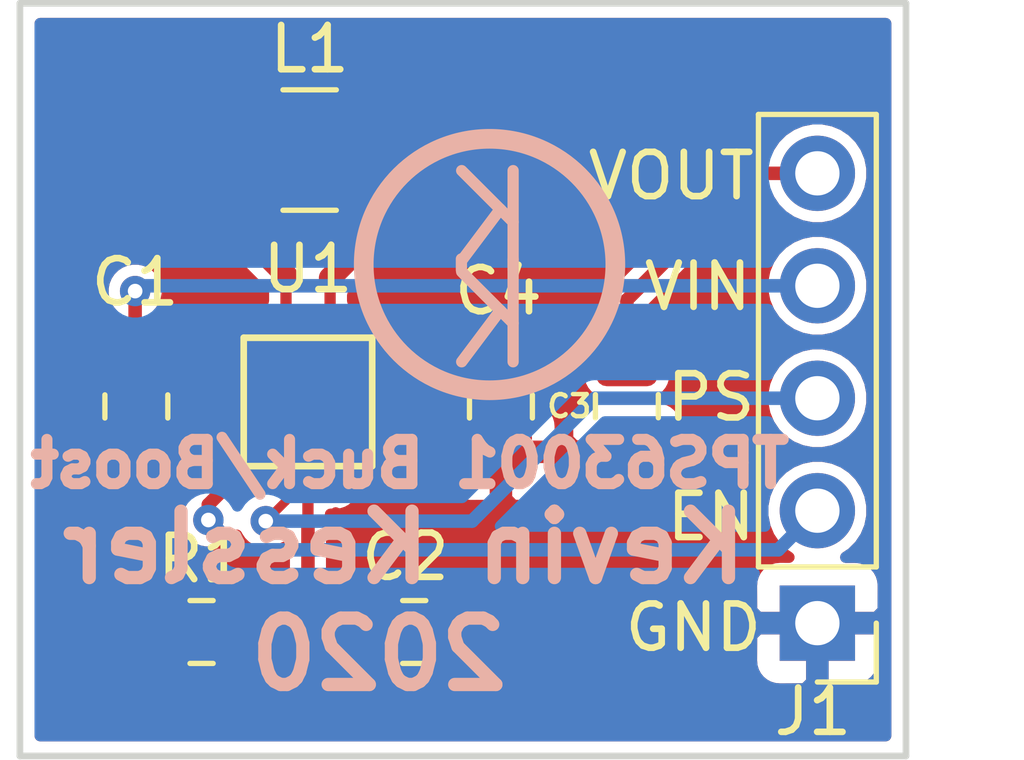
<source format=kicad_pcb>
(kicad_pcb (version 20171130) (host pcbnew 5.1.5+dfsg1-2build2)

  (general
    (thickness 1.6)
    (drawings 11)
    (tracks 61)
    (zones 0)
    (modules 9)
    (nets 9)
  )

  (page A4)
  (layers
    (0 F.Cu signal)
    (31 B.Cu signal)
    (32 B.Adhes user)
    (33 F.Adhes user)
    (34 B.Paste user)
    (35 F.Paste user)
    (36 B.SilkS user)
    (37 F.SilkS user)
    (38 B.Mask user)
    (39 F.Mask user)
    (40 Dwgs.User user)
    (41 Cmts.User user)
    (42 Eco1.User user)
    (43 Eco2.User user)
    (44 Edge.Cuts user)
    (45 Margin user)
    (46 B.CrtYd user)
    (47 F.CrtYd user)
    (48 B.Fab user)
    (49 F.Fab user)
  )

  (setup
    (last_trace_width 0.3048)
    (user_trace_width 0.1524)
    (user_trace_width 0.254)
    (user_trace_width 0.3048)
    (user_trace_width 0.3556)
    (trace_clearance 0.1524)
    (zone_clearance 0.254)
    (zone_45_only no)
    (trace_min 0.1524)
    (via_size 0.6858)
    (via_drill 0.3302)
    (via_min_size 0.6858)
    (via_min_drill 0.3302)
    (uvia_size 0.6858)
    (uvia_drill 0.3302)
    (uvias_allowed no)
    (uvia_min_size 0)
    (uvia_min_drill 0)
    (edge_width 0.15)
    (segment_width 0.2)
    (pcb_text_width 0.3)
    (pcb_text_size 1.5 1.5)
    (mod_edge_width 0.15)
    (mod_text_size 1 1)
    (mod_text_width 0.15)
    (pad_size 0.6858 0.6858)
    (pad_drill 0.3302)
    (pad_to_mask_clearance 0.05)
    (solder_mask_min_width 0.05)
    (pad_to_paste_clearance -0.05)
    (aux_axis_origin 0 0)
    (visible_elements FFFFFF7F)
    (pcbplotparams
      (layerselection 0x00030_80000001)
      (usegerberextensions false)
      (usegerberattributes false)
      (usegerberadvancedattributes false)
      (creategerberjobfile false)
      (excludeedgelayer true)
      (linewidth 0.100000)
      (plotframeref false)
      (viasonmask false)
      (mode 1)
      (useauxorigin false)
      (hpglpennumber 1)
      (hpglpenspeed 20)
      (hpglpendiameter 15.000000)
      (psnegative false)
      (psa4output false)
      (plotreference true)
      (plotvalue true)
      (plotinvisibletext false)
      (padsonsilk false)
      (subtractmaskfromsilk false)
      (outputformat 1)
      (mirror false)
      (drillshape 1)
      (scaleselection 1)
      (outputdirectory ""))
  )

  (net 0 "")
  (net 1 /VIN)
  (net 2 GND)
  (net 3 "Net-(C2-Pad1)")
  (net 4 /VOUT)
  (net 5 /EN)
  (net 6 /PS/SYNC)
  (net 7 "Net-(L1-Pad1)")
  (net 8 "Net-(L1-Pad2)")

  (net_class Default "This is the default net class."
    (clearance 0.1524)
    (trace_width 0.3048)
    (via_dia 0.6858)
    (via_drill 0.3302)
    (uvia_dia 0.6858)
    (uvia_drill 0.3302)
    (add_net /EN)
    (add_net /VIN)
    (add_net /VOUT)
    (add_net GND)
    (add_net "Net-(C2-Pad1)")
  )

  (net_class Minimum ""
    (clearance 0.1524)
    (trace_width 0.1524)
    (via_dia 0.6858)
    (via_drill 0.3302)
    (uvia_dia 0.6858)
    (uvia_drill 0.3302)
    (add_net /PS/SYNC)
    (add_net "Net-(L1-Pad1)")
    (add_net "Net-(L1-Pad2)")
  )

  (module KevinLib:LogoBack (layer F.Cu) (tedit 5955D856) (tstamp 5F4ED023)
    (at 152.6 101.9)
    (fp_text reference REF** (at 0 5.207) (layer F.SilkS) hide
      (effects (font (size 1 1) (thickness 0.15)))
    )
    (fp_text value LogoBack (at 0 -4.318) (layer F.Fab) hide
      (effects (font (size 1 1) (thickness 0.15)))
    )
    (fp_text user K (at 0 1.27) (layer B.SilkS)
      (effects (font (size 2.032 2.032) (thickness 0.254)) (justify mirror))
    )
    (fp_text user K (at 0 -1.016) (layer B.SilkS)
      (effects (font (size 2.032 2.032) (thickness 0.254)) (justify mirror))
    )
    (fp_circle (center 0 0) (end 2.54 -1.27) (layer B.SilkS) (width 0.4445))
    (fp_line (start 0.531 -0.127) (end 0.531 0.127) (layer B.SilkS) (width 0.254))
    (fp_line (start -0.635 -0.127) (end -0.635 0.127) (layer B.SilkS) (width 0.254))
  )

  (module KevinLibrary:TPS63000 (layer F.Cu) (tedit 5AF91879) (tstamp 5AF90ADB)
    (at 148.5011 105.0036 270)
    (path /5AF8FD8A)
    (clearance 0.1)
    (fp_text reference U1 (at -3.0036 0.0011) (layer F.SilkS)
      (effects (font (size 1 1) (thickness 0.15)))
    )
    (fp_text value TPS630001 (at 0 -3.1 270) (layer F.Fab)
      (effects (font (size 1 1) (thickness 0.15)))
    )
    (fp_line (start -1.45 -1.45) (end -1.45 1.45) (layer F.SilkS) (width 0.15))
    (fp_line (start 1.45 -1.45) (end -1.45 -1.45) (layer F.SilkS) (width 0.15))
    (fp_line (start 1.45 1.45) (end 1.45 -1.45) (layer F.SilkS) (width 0.15))
    (fp_line (start -1.45 1.45) (end 1.45 1.45) (layer F.SilkS) (width 0.15))
    (pad 1 smd rect (at -1.5 -1 270) (size 0.8 0.25) (layers F.Cu F.Paste F.Mask)
      (net 4 /VOUT))
    (pad 2 smd rect (at -1.5 -0.5 270) (size 0.8 0.25) (layers F.Cu F.Paste F.Mask)
      (net 8 "Net-(L1-Pad2)") (clearance 0.05))
    (pad 3 smd rect (at -1.5 0 270) (size 0.8 0.25) (layers F.Cu F.Paste F.Mask)
      (net 2 GND) (solder_mask_margin 0.05) (clearance 0.05))
    (pad 4 smd rect (at -1.5 0.5 270) (size 0.8 0.25) (layers F.Cu F.Paste F.Mask)
      (net 7 "Net-(L1-Pad1)") (solder_mask_margin 0.05) (solder_paste_margin -0.05) (solder_paste_margin_ratio -0.000000001) (clearance 0.05))
    (pad 5 smd rect (at -1.5 1 270) (size 0.8 0.25) (layers F.Cu F.Paste F.Mask)
      (net 1 /VIN) (solder_mask_margin 0.05) (solder_paste_margin -0.05) (solder_paste_margin_ratio -0.000000001) (clearance 0.05))
    (pad 6 smd rect (at 1.5 1 270) (size 0.8 0.25) (layers F.Cu F.Paste F.Mask)
      (net 5 /EN))
    (pad 7 smd rect (at 1.5 0.5 270) (size 0.8 0.25) (layers F.Cu F.Paste F.Mask)
      (net 6 /PS/SYNC))
    (pad 8 smd rect (at 1.5 0 270) (size 0.8 0.25) (layers F.Cu F.Paste F.Mask)
      (net 3 "Net-(C2-Pad1)"))
    (pad 9 smd rect (at 1.5 -0.5 270) (size 0.8 0.25) (layers F.Cu F.Paste F.Mask)
      (net 2 GND))
    (pad 10 smd rect (at 1.5 -1 270) (size 0.8 0.25) (layers F.Cu F.Paste F.Mask)
      (net 4 /VOUT))
    (pad 11 smd rect (at 0 0 270) (size 1.45 2.2) (layers F.Cu F.Paste F.Mask)
      (net 2 GND))
  )

  (module Capacitor_SMD:C_0805_2012Metric_Pad1.15x1.40mm_HandSolder (layer F.Cu) (tedit 5B36C52B) (tstamp 5F4EC8BC)
    (at 144.6276 105.1052 270)
    (descr "Capacitor SMD 0805 (2012 Metric), square (rectangular) end terminal, IPC_7351 nominal with elongated pad for handsoldering. (Body size source: https://docs.google.com/spreadsheets/d/1BsfQQcO9C6DZCsRaXUlFlo91Tg2WpOkGARC1WS5S8t0/edit?usp=sharing), generated with kicad-footprint-generator")
    (tags "capacitor handsolder")
    (path /5AF90739)
    (attr smd)
    (fp_text reference C1 (at -2.8052 0.0276 180) (layer F.SilkS)
      (effects (font (size 1 1) (thickness 0.15)))
    )
    (fp_text value 10u (at 0 1.65 90) (layer F.Fab)
      (effects (font (size 1 1) (thickness 0.15)))
    )
    (fp_text user %R (at 0 0 90) (layer F.Fab)
      (effects (font (size 0.5 0.5) (thickness 0.08)))
    )
    (fp_line (start 1.85 0.95) (end -1.85 0.95) (layer F.CrtYd) (width 0.05))
    (fp_line (start 1.85 -0.95) (end 1.85 0.95) (layer F.CrtYd) (width 0.05))
    (fp_line (start -1.85 -0.95) (end 1.85 -0.95) (layer F.CrtYd) (width 0.05))
    (fp_line (start -1.85 0.95) (end -1.85 -0.95) (layer F.CrtYd) (width 0.05))
    (fp_line (start -0.261252 0.71) (end 0.261252 0.71) (layer F.SilkS) (width 0.12))
    (fp_line (start -0.261252 -0.71) (end 0.261252 -0.71) (layer F.SilkS) (width 0.12))
    (fp_line (start 1 0.6) (end -1 0.6) (layer F.Fab) (width 0.1))
    (fp_line (start 1 -0.6) (end 1 0.6) (layer F.Fab) (width 0.1))
    (fp_line (start -1 -0.6) (end 1 -0.6) (layer F.Fab) (width 0.1))
    (fp_line (start -1 0.6) (end -1 -0.6) (layer F.Fab) (width 0.1))
    (pad 2 smd roundrect (at 1.025 0 270) (size 1.15 1.4) (layers F.Cu F.Paste F.Mask) (roundrect_rratio 0.217391)
      (net 2 GND))
    (pad 1 smd roundrect (at -1.025 0 270) (size 1.15 1.4) (layers F.Cu F.Paste F.Mask) (roundrect_rratio 0.217391)
      (net 1 /VIN))
    (model ${KISYS3DMOD}/Capacitor_SMD.3dshapes/C_0805_2012Metric.wrl
      (at (xyz 0 0 0))
      (scale (xyz 1 1 1))
      (rotate (xyz 0 0 0))
    )
  )

  (module Capacitor_SMD:C_0805_2012Metric_Pad1.15x1.40mm_HandSolder (layer F.Cu) (tedit 5B36C52B) (tstamp 5F4EC8CC)
    (at 150.9 110.2)
    (descr "Capacitor SMD 0805 (2012 Metric), square (rectangular) end terminal, IPC_7351 nominal with elongated pad for handsoldering. (Body size source: https://docs.google.com/spreadsheets/d/1BsfQQcO9C6DZCsRaXUlFlo91Tg2WpOkGARC1WS5S8t0/edit?usp=sharing), generated with kicad-footprint-generator")
    (tags "capacitor handsolder")
    (path /5AF904C6)
    (attr smd)
    (fp_text reference C2 (at -0.2 -1.7) (layer F.SilkS)
      (effects (font (size 1 1) (thickness 0.15)))
    )
    (fp_text value 0.1u (at 0 1.65) (layer F.Fab)
      (effects (font (size 1 1) (thickness 0.15)))
    )
    (fp_line (start -1 0.6) (end -1 -0.6) (layer F.Fab) (width 0.1))
    (fp_line (start -1 -0.6) (end 1 -0.6) (layer F.Fab) (width 0.1))
    (fp_line (start 1 -0.6) (end 1 0.6) (layer F.Fab) (width 0.1))
    (fp_line (start 1 0.6) (end -1 0.6) (layer F.Fab) (width 0.1))
    (fp_line (start -0.261252 -0.71) (end 0.261252 -0.71) (layer F.SilkS) (width 0.12))
    (fp_line (start -0.261252 0.71) (end 0.261252 0.71) (layer F.SilkS) (width 0.12))
    (fp_line (start -1.85 0.95) (end -1.85 -0.95) (layer F.CrtYd) (width 0.05))
    (fp_line (start -1.85 -0.95) (end 1.85 -0.95) (layer F.CrtYd) (width 0.05))
    (fp_line (start 1.85 -0.95) (end 1.85 0.95) (layer F.CrtYd) (width 0.05))
    (fp_line (start 1.85 0.95) (end -1.85 0.95) (layer F.CrtYd) (width 0.05))
    (fp_text user %R (at 0 0) (layer F.Fab)
      (effects (font (size 0.5 0.5) (thickness 0.08)))
    )
    (pad 1 smd roundrect (at -1.025 0) (size 1.15 1.4) (layers F.Cu F.Paste F.Mask) (roundrect_rratio 0.217391)
      (net 3 "Net-(C2-Pad1)"))
    (pad 2 smd roundrect (at 1.025 0) (size 1.15 1.4) (layers F.Cu F.Paste F.Mask) (roundrect_rratio 0.217391)
      (net 2 GND))
    (model ${KISYS3DMOD}/Capacitor_SMD.3dshapes/C_0805_2012Metric.wrl
      (at (xyz 0 0 0))
      (scale (xyz 1 1 1))
      (rotate (xyz 0 0 0))
    )
  )

  (module Capacitor_SMD:C_0805_2012Metric_Pad1.15x1.40mm_HandSolder (layer F.Cu) (tedit 5B36C52B) (tstamp 5F4EC8EC)
    (at 155.7 105.1 270)
    (descr "Capacitor SMD 0805 (2012 Metric), square (rectangular) end terminal, IPC_7351 nominal with elongated pad for handsoldering. (Body size source: https://docs.google.com/spreadsheets/d/1BsfQQcO9C6DZCsRaXUlFlo91Tg2WpOkGARC1WS5S8t0/edit?usp=sharing), generated with kicad-footprint-generator")
    (tags "capacitor handsolder")
    (path /5F4FE407)
    (attr smd)
    (fp_text reference C3 (at 0 1.3 180) (layer F.SilkS)
      (effects (font (size 0.5 0.5) (thickness 0.1)))
    )
    (fp_text value 10u (at 0 1.65 90) (layer F.Fab)
      (effects (font (size 1 1) (thickness 0.15)))
    )
    (fp_text user %R (at 0 0 90) (layer F.Fab)
      (effects (font (size 0.5 0.5) (thickness 0.08)))
    )
    (fp_line (start 1.85 0.95) (end -1.85 0.95) (layer F.CrtYd) (width 0.05))
    (fp_line (start 1.85 -0.95) (end 1.85 0.95) (layer F.CrtYd) (width 0.05))
    (fp_line (start -1.85 -0.95) (end 1.85 -0.95) (layer F.CrtYd) (width 0.05))
    (fp_line (start -1.85 0.95) (end -1.85 -0.95) (layer F.CrtYd) (width 0.05))
    (fp_line (start -0.261252 0.71) (end 0.261252 0.71) (layer F.SilkS) (width 0.12))
    (fp_line (start -0.261252 -0.71) (end 0.261252 -0.71) (layer F.SilkS) (width 0.12))
    (fp_line (start 1 0.6) (end -1 0.6) (layer F.Fab) (width 0.1))
    (fp_line (start 1 -0.6) (end 1 0.6) (layer F.Fab) (width 0.1))
    (fp_line (start -1 -0.6) (end 1 -0.6) (layer F.Fab) (width 0.1))
    (fp_line (start -1 0.6) (end -1 -0.6) (layer F.Fab) (width 0.1))
    (pad 2 smd roundrect (at 1.025 0 270) (size 1.15 1.4) (layers F.Cu F.Paste F.Mask) (roundrect_rratio 0.217391)
      (net 2 GND))
    (pad 1 smd roundrect (at -1.025 0 270) (size 1.15 1.4) (layers F.Cu F.Paste F.Mask) (roundrect_rratio 0.217391)
      (net 4 /VOUT))
    (model ${KISYS3DMOD}/Capacitor_SMD.3dshapes/C_0805_2012Metric.wrl
      (at (xyz 0 0 0))
      (scale (xyz 1 1 1))
      (rotate (xyz 0 0 0))
    )
  )

  (module Capacitor_SMD:C_0805_2012Metric_Pad1.15x1.40mm_HandSolder (layer F.Cu) (tedit 5B36C52B) (tstamp 5F4EC8ED)
    (at 152.8572 105.1052 270)
    (descr "Capacitor SMD 0805 (2012 Metric), square (rectangular) end terminal, IPC_7351 nominal with elongated pad for handsoldering. (Body size source: https://docs.google.com/spreadsheets/d/1BsfQQcO9C6DZCsRaXUlFlo91Tg2WpOkGARC1WS5S8t0/edit?usp=sharing), generated with kicad-footprint-generator")
    (tags "capacitor handsolder")
    (path /5AF908CC)
    (attr smd)
    (fp_text reference C4 (at -2.6052 0.0572 180) (layer F.SilkS)
      (effects (font (size 1 1) (thickness 0.15)))
    )
    (fp_text value 10u (at 0 1.65 90) (layer F.Fab)
      (effects (font (size 1 1) (thickness 0.15)))
    )
    (fp_line (start -1 0.6) (end -1 -0.6) (layer F.Fab) (width 0.1))
    (fp_line (start -1 -0.6) (end 1 -0.6) (layer F.Fab) (width 0.1))
    (fp_line (start 1 -0.6) (end 1 0.6) (layer F.Fab) (width 0.1))
    (fp_line (start 1 0.6) (end -1 0.6) (layer F.Fab) (width 0.1))
    (fp_line (start -0.261252 -0.71) (end 0.261252 -0.71) (layer F.SilkS) (width 0.12))
    (fp_line (start -0.261252 0.71) (end 0.261252 0.71) (layer F.SilkS) (width 0.12))
    (fp_line (start -1.85 0.95) (end -1.85 -0.95) (layer F.CrtYd) (width 0.05))
    (fp_line (start -1.85 -0.95) (end 1.85 -0.95) (layer F.CrtYd) (width 0.05))
    (fp_line (start 1.85 -0.95) (end 1.85 0.95) (layer F.CrtYd) (width 0.05))
    (fp_line (start 1.85 0.95) (end -1.85 0.95) (layer F.CrtYd) (width 0.05))
    (fp_text user %R (at 0 0 90) (layer F.Fab)
      (effects (font (size 0.5 0.5) (thickness 0.08)))
    )
    (pad 1 smd roundrect (at -1.025 0 270) (size 1.15 1.4) (layers F.Cu F.Paste F.Mask) (roundrect_rratio 0.217391)
      (net 4 /VOUT))
    (pad 2 smd roundrect (at 1.025 0 270) (size 1.15 1.4) (layers F.Cu F.Paste F.Mask) (roundrect_rratio 0.217391)
      (net 2 GND))
    (model ${KISYS3DMOD}/Capacitor_SMD.3dshapes/C_0805_2012Metric.wrl
      (at (xyz 0 0 0))
      (scale (xyz 1 1 1))
      (rotate (xyz 0 0 0))
    )
  )

  (module Connector_PinHeader_2.54mm:PinHeader_1x05_P2.54mm_Vertical (layer F.Cu) (tedit 59FED5CC) (tstamp 5F4EC8FD)
    (at 160 110 180)
    (descr "Through hole straight pin header, 1x05, 2.54mm pitch, single row")
    (tags "Through hole pin header THT 1x05 2.54mm single row")
    (path /5AF90BF4)
    (fp_text reference J1 (at 0.1 -2) (layer F.SilkS)
      (effects (font (size 1 1) (thickness 0.15)))
    )
    (fp_text value Conn_01x05 (at 0 12.49) (layer F.Fab)
      (effects (font (size 1 1) (thickness 0.15)))
    )
    (fp_line (start -0.635 -1.27) (end 1.27 -1.27) (layer F.Fab) (width 0.1))
    (fp_line (start 1.27 -1.27) (end 1.27 11.43) (layer F.Fab) (width 0.1))
    (fp_line (start 1.27 11.43) (end -1.27 11.43) (layer F.Fab) (width 0.1))
    (fp_line (start -1.27 11.43) (end -1.27 -0.635) (layer F.Fab) (width 0.1))
    (fp_line (start -1.27 -0.635) (end -0.635 -1.27) (layer F.Fab) (width 0.1))
    (fp_line (start -1.33 11.49) (end 1.33 11.49) (layer F.SilkS) (width 0.12))
    (fp_line (start -1.33 1.27) (end -1.33 11.49) (layer F.SilkS) (width 0.12))
    (fp_line (start 1.33 1.27) (end 1.33 11.49) (layer F.SilkS) (width 0.12))
    (fp_line (start -1.33 1.27) (end 1.33 1.27) (layer F.SilkS) (width 0.12))
    (fp_line (start -1.33 0) (end -1.33 -1.33) (layer F.SilkS) (width 0.12))
    (fp_line (start -1.33 -1.33) (end 0 -1.33) (layer F.SilkS) (width 0.12))
    (fp_line (start -1.8 -1.8) (end -1.8 11.95) (layer F.CrtYd) (width 0.05))
    (fp_line (start -1.8 11.95) (end 1.8 11.95) (layer F.CrtYd) (width 0.05))
    (fp_line (start 1.8 11.95) (end 1.8 -1.8) (layer F.CrtYd) (width 0.05))
    (fp_line (start 1.8 -1.8) (end -1.8 -1.8) (layer F.CrtYd) (width 0.05))
    (fp_text user %R (at 0 5.08 90) (layer F.Fab)
      (effects (font (size 1 1) (thickness 0.15)))
    )
    (pad 1 thru_hole rect (at 0 0 180) (size 1.7 1.7) (drill 1) (layers *.Cu *.Mask)
      (net 2 GND))
    (pad 2 thru_hole oval (at 0 2.54 180) (size 1.7 1.7) (drill 1) (layers *.Cu *.Mask)
      (net 5 /EN))
    (pad 3 thru_hole oval (at 0 5.08 180) (size 1.7 1.7) (drill 1) (layers *.Cu *.Mask)
      (net 6 /PS/SYNC))
    (pad 4 thru_hole oval (at 0 7.62 180) (size 1.7 1.7) (drill 1) (layers *.Cu *.Mask)
      (net 1 /VIN))
    (pad 5 thru_hole oval (at 0 10.16 180) (size 1.7 1.7) (drill 1) (layers *.Cu *.Mask)
      (net 4 /VOUT))
    (model ${KISYS3DMOD}/Connector_PinHeader_2.54mm.3dshapes/PinHeader_1x05_P2.54mm_Vertical.wrl
      (at (xyz 0 0 0))
      (scale (xyz 1 1 1))
      (rotate (xyz 0 0 0))
    )
  )

  (module Inductor_SMD:L_1210_3225Metric_Pad1.42x2.65mm_HandSolder (layer F.Cu) (tedit 5B301BBE) (tstamp 5F4EC915)
    (at 148.5392 99.314)
    (descr "Capacitor SMD 1210 (3225 Metric), square (rectangular) end terminal, IPC_7351 nominal with elongated pad for handsoldering. (Body size source: http://www.tortai-tech.com/upload/download/2011102023233369053.pdf), generated with kicad-footprint-generator")
    (tags "inductor handsolder")
    (path /5AF900E5)
    (attr smd)
    (fp_text reference L1 (at 0 -2.28) (layer F.SilkS)
      (effects (font (size 1 1) (thickness 0.15)))
    )
    (fp_text value 2.2uH (at 0 2.28) (layer F.Fab)
      (effects (font (size 1 1) (thickness 0.15)))
    )
    (fp_line (start -1.6 1.25) (end -1.6 -1.25) (layer F.Fab) (width 0.1))
    (fp_line (start -1.6 -1.25) (end 1.6 -1.25) (layer F.Fab) (width 0.1))
    (fp_line (start 1.6 -1.25) (end 1.6 1.25) (layer F.Fab) (width 0.1))
    (fp_line (start 1.6 1.25) (end -1.6 1.25) (layer F.Fab) (width 0.1))
    (fp_line (start -0.602064 -1.36) (end 0.602064 -1.36) (layer F.SilkS) (width 0.12))
    (fp_line (start -0.602064 1.36) (end 0.602064 1.36) (layer F.SilkS) (width 0.12))
    (fp_line (start -2.45 1.58) (end -2.45 -1.58) (layer F.CrtYd) (width 0.05))
    (fp_line (start -2.45 -1.58) (end 2.45 -1.58) (layer F.CrtYd) (width 0.05))
    (fp_line (start 2.45 -1.58) (end 2.45 1.58) (layer F.CrtYd) (width 0.05))
    (fp_line (start 2.45 1.58) (end -2.45 1.58) (layer F.CrtYd) (width 0.05))
    (fp_text user %R (at 0 0) (layer F.Fab)
      (effects (font (size 0.8 0.8) (thickness 0.12)))
    )
    (pad 1 smd roundrect (at -1.4875 0) (size 1.425 2.65) (layers F.Cu F.Paste F.Mask) (roundrect_rratio 0.175439)
      (net 7 "Net-(L1-Pad1)"))
    (pad 2 smd roundrect (at 1.4875 0) (size 1.425 2.65) (layers F.Cu F.Paste F.Mask) (roundrect_rratio 0.175439)
      (net 8 "Net-(L1-Pad2)"))
    (model ${KISYS3DMOD}/Inductor_SMD.3dshapes/L_1210_3225Metric.wrl
      (at (xyz 0 0 0))
      (scale (xyz 1 1 1))
      (rotate (xyz 0 0 0))
    )
  )

  (module Resistor_SMD:R_0805_2012Metric_Pad1.15x1.40mm_HandSolder (layer F.Cu) (tedit 5B36C52B) (tstamp 5F4EC925)
    (at 146.1 110.2)
    (descr "Resistor SMD 0805 (2012 Metric), square (rectangular) end terminal, IPC_7351 nominal with elongated pad for handsoldering. (Body size source: https://docs.google.com/spreadsheets/d/1BsfQQcO9C6DZCsRaXUlFlo91Tg2WpOkGARC1WS5S8t0/edit?usp=sharing), generated with kicad-footprint-generator")
    (tags "resistor handsolder")
    (path /5AF90453)
    (attr smd)
    (fp_text reference R1 (at 0 -1.65) (layer F.SilkS)
      (effects (font (size 1 1) (thickness 0.15)))
    )
    (fp_text value 100 (at 0 1.65) (layer F.Fab)
      (effects (font (size 1 1) (thickness 0.15)))
    )
    (fp_line (start -1 0.6) (end -1 -0.6) (layer F.Fab) (width 0.1))
    (fp_line (start -1 -0.6) (end 1 -0.6) (layer F.Fab) (width 0.1))
    (fp_line (start 1 -0.6) (end 1 0.6) (layer F.Fab) (width 0.1))
    (fp_line (start 1 0.6) (end -1 0.6) (layer F.Fab) (width 0.1))
    (fp_line (start -0.261252 -0.71) (end 0.261252 -0.71) (layer F.SilkS) (width 0.12))
    (fp_line (start -0.261252 0.71) (end 0.261252 0.71) (layer F.SilkS) (width 0.12))
    (fp_line (start -1.85 0.95) (end -1.85 -0.95) (layer F.CrtYd) (width 0.05))
    (fp_line (start -1.85 -0.95) (end 1.85 -0.95) (layer F.CrtYd) (width 0.05))
    (fp_line (start 1.85 -0.95) (end 1.85 0.95) (layer F.CrtYd) (width 0.05))
    (fp_line (start 1.85 0.95) (end -1.85 0.95) (layer F.CrtYd) (width 0.05))
    (fp_text user %R (at 0 0) (layer F.Fab)
      (effects (font (size 0.5 0.5) (thickness 0.08)))
    )
    (pad 1 smd roundrect (at -1.025 0) (size 1.15 1.4) (layers F.Cu F.Paste F.Mask) (roundrect_rratio 0.217391)
      (net 1 /VIN))
    (pad 2 smd roundrect (at 1.025 0) (size 1.15 1.4) (layers F.Cu F.Paste F.Mask) (roundrect_rratio 0.217391)
      (net 3 "Net-(C2-Pad1)"))
    (model ${KISYS3DMOD}/Resistor_SMD.3dshapes/R_0805_2012Metric.wrl
      (at (xyz 0 0 0))
      (scale (xyz 1 1 1))
      (rotate (xyz 0 0 0))
    )
  )

  (gr_text GND (at 157.2 110.1) (layer F.SilkS)
    (effects (font (size 1 1) (thickness 0.15)))
  )
  (gr_text EN (at 157.6 107.6) (layer F.SilkS)
    (effects (font (size 1 1) (thickness 0.15)))
  )
  (gr_text PS (at 157.6 104.9) (layer F.SilkS)
    (effects (font (size 1 1) (thickness 0.15)))
  )
  (gr_text VIN (at 157.3 102.4) (layer F.SilkS)
    (effects (font (size 1 1) (thickness 0.15)))
  )
  (gr_text VOUT (at 156.7 99.9) (layer F.SilkS)
    (effects (font (size 1 1) (thickness 0.15)))
  )
  (gr_text "TPS63001 Buck/Boost" (at 150.8 106.4) (layer B.SilkS)
    (effects (font (size 1 1) (thickness 0.25)) (justify mirror))
  )
  (gr_text "Kevin Kessler \n2020" (at 150.1 109.5) (layer B.SilkS)
    (effects (font (size 1.5 1.5) (thickness 0.3)) (justify mirror))
  )
  (gr_line (start 142 96) (end 142 113) (layer Edge.Cuts) (width 0.15))
  (gr_line (start 162 96) (end 142 96) (layer Edge.Cuts) (width 0.15))
  (gr_line (start 162 113) (end 162 96) (layer Edge.Cuts) (width 0.15))
  (gr_line (start 142 113) (end 162 113) (layer Edge.Cuts) (width 0.15))

  (segment (start 144.6276 103.8552) (end 144.3174 103.8552) (width 0.3048) (layer F.Cu) (net 1))
  (via (at 144.6 102.5) (size 0.6858) (drill 0.3302) (layers F.Cu B.Cu) (net 1))
  (segment (start 144.6276 103.8552) (end 145.405 103.8552) (width 0.3048) (layer F.Cu) (net 1))
  (segment (start 145.405 103.8552) (end 145.7566 103.5036) (width 0.3048) (layer F.Cu) (net 1))
  (segment (start 145.7566 103.5036) (end 147.495099 103.5036) (width 0.3048) (layer F.Cu) (net 1))
  (segment (start 145.468 110.1344) (end 145.368 110.1344) (width 0.3048) (layer F.Cu) (net 1))
  (segment (start 145.1086 110.2) (end 145.043 110.1344) (width 0.3048) (layer F.Cu) (net 1))
  (segment (start 144.72 102.38) (end 144.6 102.5) (width 0.3048) (layer B.Cu) (net 1))
  (segment (start 160 102.38) (end 144.72 102.38) (width 0.3048) (layer B.Cu) (net 1))
  (segment (start 144.6 104.0526) (end 144.6276 104.0802) (width 0.3048) (layer F.Cu) (net 1))
  (segment (start 144.6 102.5) (end 144.6 104.0526) (width 0.3048) (layer F.Cu) (net 1))
  (segment (start 144.5 110.2) (end 143.2 108.9) (width 0.3048) (layer F.Cu) (net 1))
  (segment (start 145.075 110.2) (end 144.5 110.2) (width 0.3048) (layer F.Cu) (net 1))
  (segment (start 143.2 108.9) (end 143.2 104.5) (width 0.3048) (layer F.Cu) (net 1))
  (segment (start 143.6198 104.0802) (end 144.6276 104.0802) (width 0.3048) (layer F.Cu) (net 1))
  (segment (start 143.2 104.5) (end 143.6198 104.0802) (width 0.3048) (layer F.Cu) (net 1))
  (segment (start 148.5011 105.3211) (end 149.0011 105.8211) (width 0.254) (layer F.Cu) (net 2))
  (segment (start 149.0011 105.8211) (end 149.0011 106.5036) (width 0.254) (layer F.Cu) (net 2))
  (segment (start 148.5011 105.0036) (end 148.5011 105.3211) (width 0.1524) (layer F.Cu) (net 2))
  (segment (start 148.5011 103.5036) (end 148.5011 105.0036) (width 0.254) (layer F.Cu) (net 2))
  (segment (start 148.5011 107.056) (end 148.5011 107.8103) (width 0.254) (layer F.Cu) (net 3))
  (segment (start 148.5011 106.5036) (end 148.5011 107.056) (width 0.2) (layer F.Cu) (net 3))
  (segment (start 148.5011 107.8103) (end 148.5011 109.6011) (width 0.3048) (layer F.Cu) (net 3))
  (segment (start 148.5011 109.6011) (end 149 110.1) (width 0.3048) (layer F.Cu) (net 3))
  (segment (start 149 110.1) (end 149.875 110.2) (width 0.3048) (layer F.Cu) (net 3))
  (segment (start 147.125 110.2) (end 149 110.1) (width 0.3048) (layer F.Cu) (net 3))
  (segment (start 149.9309 106.5036) (end 150.5 105.9345) (width 0.3048) (layer F.Cu) (net 4))
  (segment (start 149.5011 106.5036) (end 149.9309 106.5036) (width 0.3048) (layer F.Cu) (net 4))
  (segment (start 150.5 105.9345) (end 150.5 103.7) (width 0.3048) (layer F.Cu) (net 4))
  (segment (start 150.3036 103.5036) (end 149.5011 103.5036) (width 0.3048) (layer F.Cu) (net 4))
  (segment (start 150.5 103.7) (end 150.3036 103.5036) (width 0.3048) (layer F.Cu) (net 4))
  (segment (start 150.3036 103.5036) (end 151.3036 103.5036) (width 0.3048) (layer F.Cu) (net 4))
  (segment (start 151.8802 104.0802) (end 152.8572 104.0802) (width 0.3048) (layer F.Cu) (net 4))
  (segment (start 151.3036 103.5036) (end 151.8802 104.0802) (width 0.3048) (layer F.Cu) (net 4))
  (segment (start 155.6948 104.0802) (end 155.7 104.075) (width 0.3048) (layer F.Cu) (net 4))
  (segment (start 152.8572 104.0802) (end 155.6948 104.0802) (width 0.3048) (layer F.Cu) (net 4))
  (segment (start 160 99.84) (end 158.56 99.84) (width 0.3048) (layer F.Cu) (net 4))
  (segment (start 155.7 102.7) (end 155.7 104.075) (width 0.3048) (layer F.Cu) (net 4))
  (segment (start 158.56 99.84) (end 155.7 102.7) (width 0.3048) (layer F.Cu) (net 4))
  (segment (start 146.2532 107.3217) (end 146.2532 107.6706) (width 0.3048) (layer F.Cu) (net 5))
  (via (at 146.2532 107.6706) (size 0.6858) (drill 0.3302) (layers F.Cu B.Cu) (net 5))
  (segment (start 147.5011 106.5036) (end 147.0713 106.5036) (width 0.3048) (layer F.Cu) (net 5))
  (segment (start 147.0713 106.5036) (end 146.2532 107.3217) (width 0.3048) (layer F.Cu) (net 5))
  (segment (start 146.596099 108.013499) (end 146.2532 107.6706) (width 0.3048) (layer B.Cu) (net 5))
  (segment (start 146.926301 108.343701) (end 146.596099 108.013499) (width 0.3048) (layer B.Cu) (net 5))
  (segment (start 159.116299 108.343701) (end 146.926301 108.343701) (width 0.3048) (layer B.Cu) (net 5))
  (segment (start 160 107.46) (end 159.116299 108.343701) (width 0.3048) (layer B.Cu) (net 5))
  (segment (start 148.0011 106.5036) (end 148.0011 107.2435) (width 0.2) (layer F.Cu) (net 6))
  (segment (start 148.0011 107.2435) (end 147.5486 107.696) (width 0.2) (layer F.Cu) (net 6))
  (via (at 147.5486 107.696) (size 0.6858) (drill 0.3302) (layers F.Cu B.Cu) (net 6))
  (segment (start 160 104.92) (end 154.98 104.92) (width 0.3048) (layer B.Cu) (net 6))
  (segment (start 152.204 107.696) (end 147.5486 107.696) (width 0.3048) (layer B.Cu) (net 6))
  (segment (start 154.98 104.92) (end 152.204 107.696) (width 0.3048) (layer B.Cu) (net 6))
  (segment (start 148.0011 103.5036) (end 148.0011 102.9512) (width 0.254) (layer F.Cu) (net 7))
  (segment (start 148.0011 102.9512) (end 148.0058 102.9465) (width 0.1524) (layer F.Cu) (net 7))
  (segment (start 148.0058 102.9465) (end 148.0058 102.1362) (width 0.254) (layer F.Cu) (net 7))
  (segment (start 146.7892 99.314) (end 146.7892 100.9196) (width 0.508) (layer F.Cu) (net 7))
  (segment (start 146.7892 100.9196) (end 148.0058 102.1362) (width 0.508) (layer F.Cu) (net 7))
  (segment (start 149.0011 103.5036) (end 149.0011 102.2049) (width 0.254) (layer F.Cu) (net 8))
  (segment (start 150.2892 100.9168) (end 150.2892 99.314) (width 0.508) (layer F.Cu) (net 8) (tstamp 5AF9188C))
  (segment (start 149.0011 102.2049) (end 150.2892 100.9168) (width 0.508) (layer F.Cu) (net 8) (tstamp 5AF9188B))

  (zone (net 2) (net_name GND) (layer F.Cu) (tstamp 0) (hatch edge 0.508)
    (connect_pads (clearance 0.254))
    (min_thickness 0.254)
    (fill yes (arc_segments 32) (thermal_gap 0.508) (thermal_bridge_width 0.508))
    (polygon
      (pts
        (xy 162 112.9) (xy 142 113) (xy 142 96) (xy 162 96)
      )
    )
    (filled_polygon
      (pts
        (xy 161.544 112.544) (xy 142.456 112.544) (xy 142.456 104.5) (xy 142.664021 104.5) (xy 142.666601 104.526197)
        (xy 142.6666 108.873813) (xy 142.664021 108.9) (xy 142.6666 108.926187) (xy 142.6666 108.926194) (xy 142.674319 109.004564)
        (xy 142.704819 109.10511) (xy 142.754349 109.197775) (xy 142.821005 109.278995) (xy 142.841355 109.295696) (xy 144.104304 110.558645)
        (xy 144.117157 110.574306) (xy 144.117157 110.650001) (xy 144.129317 110.773462) (xy 144.165329 110.892179) (xy 144.22381 111.001589)
        (xy 144.302512 111.097488) (xy 144.398411 111.17619) (xy 144.507821 111.234671) (xy 144.626538 111.270683) (xy 144.749999 111.282843)
        (xy 145.400001 111.282843) (xy 145.523462 111.270683) (xy 145.642179 111.234671) (xy 145.751589 111.17619) (xy 145.847488 111.097488)
        (xy 145.92619 111.001589) (xy 145.984671 110.892179) (xy 146.020683 110.773462) (xy 146.032843 110.650001) (xy 146.032843 109.749999)
        (xy 146.020683 109.626538) (xy 145.984671 109.507821) (xy 145.92619 109.398411) (xy 145.847488 109.302512) (xy 145.751589 109.22381)
        (xy 145.642179 109.165329) (xy 145.523462 109.129317) (xy 145.400001 109.117157) (xy 144.749999 109.117157) (xy 144.626538 109.129317)
        (xy 144.507821 109.165329) (xy 144.398411 109.22381) (xy 144.332359 109.278018) (xy 143.7334 108.679059) (xy 143.7334 107.309863)
        (xy 143.803118 107.331012) (xy 143.9276 107.343272) (xy 144.34185 107.3402) (xy 144.5006 107.18145) (xy 144.5006 106.2572)
        (xy 144.4806 106.2572) (xy 144.4806 106.0032) (xy 144.5006 106.0032) (xy 144.5006 105.9832) (xy 144.7546 105.9832)
        (xy 144.7546 106.0032) (xy 145.80385 106.0032) (xy 145.9626 105.84445) (xy 145.965672 105.5552) (xy 145.953412 105.430718)
        (xy 145.917102 105.31102) (xy 145.858137 105.200706) (xy 145.778785 105.104015) (xy 145.682094 105.024663) (xy 145.57178 104.965698)
        (xy 145.452082 104.929388) (xy 145.43382 104.927589) (xy 145.525088 104.852688) (xy 145.60379 104.756789) (xy 145.662271 104.647379)
        (xy 145.698283 104.528662) (xy 145.710443 104.405201) (xy 145.710443 104.294558) (xy 145.783995 104.234195) (xy 145.800696 104.213845)
        (xy 145.977541 104.037) (xy 146.810815 104.037) (xy 146.775288 104.154118) (xy 146.763028 104.2786) (xy 146.7661 104.71785)
        (xy 146.92485 104.8766) (xy 148.3741 104.8766) (xy 148.3741 104.8566) (xy 148.6281 104.8566) (xy 148.6281 104.8766)
        (xy 148.6481 104.8766) (xy 148.6481 105.1306) (xy 148.6281 105.1306) (xy 148.6281 105.1506) (xy 148.3741 105.1506)
        (xy 148.3741 105.1306) (xy 146.92485 105.1306) (xy 146.7661 105.28935) (xy 146.763028 105.7286) (xy 146.775288 105.853082)
        (xy 146.811598 105.97278) (xy 146.838546 106.023195) (xy 146.773525 106.057949) (xy 146.720181 106.101728) (xy 146.692305 106.124605)
        (xy 146.675609 106.144949) (xy 145.937098 106.88346) (xy 145.953412 106.829682) (xy 145.965672 106.7052) (xy 145.9626 106.41595)
        (xy 145.80385 106.2572) (xy 144.7546 106.2572) (xy 144.7546 107.18145) (xy 144.91335 107.3402) (xy 145.3276 107.343272)
        (xy 145.452082 107.331012) (xy 145.57178 107.294702) (xy 145.668163 107.243183) (xy 145.611688 107.327705) (xy 145.557119 107.459446)
        (xy 145.5293 107.599302) (xy 145.5293 107.741898) (xy 145.557119 107.881754) (xy 145.611688 108.013495) (xy 145.69091 108.13206)
        (xy 145.79174 108.23289) (xy 145.910305 108.312112) (xy 146.042046 108.366681) (xy 146.181902 108.3945) (xy 146.324498 108.3945)
        (xy 146.464354 108.366681) (xy 146.596095 108.312112) (xy 146.71466 108.23289) (xy 146.81549 108.13206) (xy 146.894712 108.013495)
        (xy 146.895639 108.011256) (xy 146.907088 108.038895) (xy 146.98631 108.15746) (xy 147.08714 108.25829) (xy 147.205705 108.337512)
        (xy 147.337446 108.392081) (xy 147.477302 108.4199) (xy 147.619898 108.4199) (xy 147.759754 108.392081) (xy 147.891495 108.337512)
        (xy 147.9677 108.286594) (xy 147.967701 109.388067) (xy 147.897488 109.302512) (xy 147.801589 109.22381) (xy 147.692179 109.165329)
        (xy 147.573462 109.129317) (xy 147.450001 109.117157) (xy 146.799999 109.117157) (xy 146.676538 109.129317) (xy 146.557821 109.165329)
        (xy 146.448411 109.22381) (xy 146.352512 109.302512) (xy 146.27381 109.398411) (xy 146.215329 109.507821) (xy 146.179317 109.626538)
        (xy 146.167157 109.749999) (xy 146.167157 110.650001) (xy 146.179317 110.773462) (xy 146.215329 110.892179) (xy 146.27381 111.001589)
        (xy 146.352512 111.097488) (xy 146.448411 111.17619) (xy 146.557821 111.234671) (xy 146.676538 111.270683) (xy 146.799999 111.282843)
        (xy 147.450001 111.282843) (xy 147.573462 111.270683) (xy 147.692179 111.234671) (xy 147.801589 111.17619) (xy 147.897488 111.097488)
        (xy 147.97619 111.001589) (xy 148.034671 110.892179) (xy 148.070683 110.773462) (xy 148.079568 110.683247) (xy 148.917157 110.638575)
        (xy 148.917157 110.650001) (xy 148.929317 110.773462) (xy 148.965329 110.892179) (xy 149.02381 111.001589) (xy 149.102512 111.097488)
        (xy 149.198411 111.17619) (xy 149.307821 111.234671) (xy 149.426538 111.270683) (xy 149.549999 111.282843) (xy 150.200001 111.282843)
        (xy 150.323462 111.270683) (xy 150.442179 111.234671) (xy 150.551589 111.17619) (xy 150.647488 111.097488) (xy 150.722389 111.00622)
        (xy 150.724188 111.024482) (xy 150.760498 111.14418) (xy 150.819463 111.254494) (xy 150.898815 111.351185) (xy 150.995506 111.430537)
        (xy 151.10582 111.489502) (xy 151.225518 111.525812) (xy 151.35 111.538072) (xy 151.63925 111.535) (xy 151.798 111.37625)
        (xy 151.798 110.327) (xy 152.052 110.327) (xy 152.052 111.37625) (xy 152.21075 111.535) (xy 152.5 111.538072)
        (xy 152.624482 111.525812) (xy 152.74418 111.489502) (xy 152.854494 111.430537) (xy 152.951185 111.351185) (xy 153.030537 111.254494)
        (xy 153.089502 111.14418) (xy 153.125812 111.024482) (xy 153.138072 110.9) (xy 153.137702 110.85) (xy 158.511928 110.85)
        (xy 158.524188 110.974482) (xy 158.560498 111.09418) (xy 158.619463 111.204494) (xy 158.698815 111.301185) (xy 158.795506 111.380537)
        (xy 158.90582 111.439502) (xy 159.025518 111.475812) (xy 159.15 111.488072) (xy 159.71425 111.485) (xy 159.873 111.32625)
        (xy 159.873 110.127) (xy 160.127 110.127) (xy 160.127 111.32625) (xy 160.28575 111.485) (xy 160.85 111.488072)
        (xy 160.974482 111.475812) (xy 161.09418 111.439502) (xy 161.204494 111.380537) (xy 161.301185 111.301185) (xy 161.380537 111.204494)
        (xy 161.439502 111.09418) (xy 161.475812 110.974482) (xy 161.488072 110.85) (xy 161.485 110.28575) (xy 161.32625 110.127)
        (xy 160.127 110.127) (xy 159.873 110.127) (xy 158.67375 110.127) (xy 158.515 110.28575) (xy 158.511928 110.85)
        (xy 153.137702 110.85) (xy 153.135 110.48575) (xy 152.97625 110.327) (xy 152.052 110.327) (xy 151.798 110.327)
        (xy 151.778 110.327) (xy 151.778 110.073) (xy 151.798 110.073) (xy 151.798 109.02375) (xy 152.052 109.02375)
        (xy 152.052 110.073) (xy 152.97625 110.073) (xy 153.135 109.91425) (xy 153.138072 109.5) (xy 153.125812 109.375518)
        (xy 153.089502 109.25582) (xy 153.03294 109.15) (xy 158.511928 109.15) (xy 158.515 109.71425) (xy 158.67375 109.873)
        (xy 159.873 109.873) (xy 159.873 109.853) (xy 160.127 109.853) (xy 160.127 109.873) (xy 161.32625 109.873)
        (xy 161.485 109.71425) (xy 161.488072 109.15) (xy 161.475812 109.025518) (xy 161.439502 108.90582) (xy 161.380537 108.795506)
        (xy 161.301185 108.698815) (xy 161.204494 108.619463) (xy 161.09418 108.560498) (xy 160.974482 108.524188) (xy 160.85 108.511928)
        (xy 160.639706 108.513073) (xy 160.784717 108.41618) (xy 160.95618 108.244717) (xy 161.090898 108.043097) (xy 161.183693 107.819069)
        (xy 161.231 107.581243) (xy 161.231 107.338757) (xy 161.183693 107.100931) (xy 161.090898 106.876903) (xy 160.95618 106.675283)
        (xy 160.784717 106.50382) (xy 160.583097 106.369102) (xy 160.359069 106.276307) (xy 160.121243 106.229) (xy 159.878757 106.229)
        (xy 159.640931 106.276307) (xy 159.416903 106.369102) (xy 159.215283 106.50382) (xy 159.04382 106.675283) (xy 158.909102 106.876903)
        (xy 158.816307 107.100931) (xy 158.769 107.338757) (xy 158.769 107.581243) (xy 158.816307 107.819069) (xy 158.909102 108.043097)
        (xy 159.04382 108.244717) (xy 159.215283 108.41618) (xy 159.360294 108.513073) (xy 159.15 108.511928) (xy 159.025518 108.524188)
        (xy 158.90582 108.560498) (xy 158.795506 108.619463) (xy 158.698815 108.698815) (xy 158.619463 108.795506) (xy 158.560498 108.90582)
        (xy 158.524188 109.025518) (xy 158.511928 109.15) (xy 153.03294 109.15) (xy 153.030537 109.145506) (xy 152.951185 109.048815)
        (xy 152.854494 108.969463) (xy 152.74418 108.910498) (xy 152.624482 108.874188) (xy 152.5 108.861928) (xy 152.21075 108.865)
        (xy 152.052 109.02375) (xy 151.798 109.02375) (xy 151.63925 108.865) (xy 151.35 108.861928) (xy 151.225518 108.874188)
        (xy 151.10582 108.910498) (xy 150.995506 108.969463) (xy 150.898815 109.048815) (xy 150.819463 109.145506) (xy 150.760498 109.25582)
        (xy 150.724188 109.375518) (xy 150.722389 109.39378) (xy 150.647488 109.302512) (xy 150.551589 109.22381) (xy 150.442179 109.165329)
        (xy 150.323462 109.129317) (xy 150.200001 109.117157) (xy 149.549999 109.117157) (xy 149.426538 109.129317) (xy 149.307821 109.165329)
        (xy 149.198411 109.22381) (xy 149.102512 109.302512) (xy 149.036856 109.382515) (xy 149.0345 109.380159) (xy 149.0345 107.784105)
        (xy 149.026781 107.705735) (xy 149.0091 107.647448) (xy 149.0091 107.5386) (xy 149.128102 107.5386) (xy 149.128102 107.506852)
        (xy 149.15985 107.5386) (xy 149.265262 107.526312) (xy 149.384073 107.487197) (xy 149.49297 107.425656) (xy 149.587769 107.344052)
        (xy 149.633384 107.285726) (xy 149.700789 107.279087) (xy 149.772608 107.257301) (xy 149.838796 107.221922) (xy 149.896811 107.174311)
        (xy 149.944422 107.116296) (xy 149.979801 107.050108) (xy 149.984599 107.034291) (xy 150.035465 107.029281) (xy 150.136011 106.998781)
        (xy 150.228675 106.949251) (xy 150.309895 106.882595) (xy 150.326595 106.862246) (xy 150.483641 106.7052) (xy 151.519128 106.7052)
        (xy 151.531388 106.829682) (xy 151.567698 106.94938) (xy 151.626663 107.059694) (xy 151.706015 107.156385) (xy 151.802706 107.235737)
        (xy 151.91302 107.294702) (xy 152.032718 107.331012) (xy 152.1572 107.343272) (xy 152.57145 107.3402) (xy 152.7302 107.18145)
        (xy 152.7302 106.2572) (xy 152.9842 106.2572) (xy 152.9842 107.18145) (xy 153.14295 107.3402) (xy 153.5572 107.343272)
        (xy 153.681682 107.331012) (xy 153.80138 107.294702) (xy 153.911694 107.235737) (xy 154.008385 107.156385) (xy 154.087737 107.059694)
        (xy 154.146702 106.94938) (xy 154.183012 106.829682) (xy 154.195272 106.7052) (xy 154.195217 106.7) (xy 154.361928 106.7)
        (xy 154.374188 106.824482) (xy 154.410498 106.94418) (xy 154.469463 107.054494) (xy 154.548815 107.151185) (xy 154.645506 107.230537)
        (xy 154.75582 107.289502) (xy 154.875518 107.325812) (xy 155 107.338072) (xy 155.41425 107.335) (xy 155.573 107.17625)
        (xy 155.573 106.252) (xy 155.827 106.252) (xy 155.827 107.17625) (xy 155.98575 107.335) (xy 156.4 107.338072)
        (xy 156.524482 107.325812) (xy 156.64418 107.289502) (xy 156.754494 107.230537) (xy 156.851185 107.151185) (xy 156.930537 107.054494)
        (xy 156.989502 106.94418) (xy 157.025812 106.824482) (xy 157.038072 106.7) (xy 157.035 106.41075) (xy 156.87625 106.252)
        (xy 155.827 106.252) (xy 155.573 106.252) (xy 154.52375 106.252) (xy 154.365 106.41075) (xy 154.361928 106.7)
        (xy 154.195217 106.7) (xy 154.1922 106.41595) (xy 154.03345 106.2572) (xy 152.9842 106.2572) (xy 152.7302 106.2572)
        (xy 151.68095 106.2572) (xy 151.5222 106.41595) (xy 151.519128 106.7052) (xy 150.483641 106.7052) (xy 150.858651 106.330191)
        (xy 150.878995 106.313495) (xy 150.945651 106.232275) (xy 150.995181 106.139611) (xy 151.025681 106.039065) (xy 151.0334 105.960695)
        (xy 151.0334 105.960687) (xy 151.035979 105.9345) (xy 151.0334 105.908313) (xy 151.0334 104.037) (xy 151.082659 104.037)
        (xy 151.484504 104.438845) (xy 151.501205 104.459195) (xy 151.582425 104.525851) (xy 151.675089 104.575381) (xy 151.775635 104.605881)
        (xy 151.810997 104.609364) (xy 151.822529 104.647379) (xy 151.88101 104.756789) (xy 151.959712 104.852688) (xy 152.05098 104.927589)
        (xy 152.032718 104.929388) (xy 151.91302 104.965698) (xy 151.802706 105.024663) (xy 151.706015 105.104015) (xy 151.626663 105.200706)
        (xy 151.567698 105.31102) (xy 151.531388 105.430718) (xy 151.519128 105.5552) (xy 151.5222 105.84445) (xy 151.68095 106.0032)
        (xy 152.7302 106.0032) (xy 152.7302 105.9832) (xy 152.9842 105.9832) (xy 152.9842 106.0032) (xy 154.03345 106.0032)
        (xy 154.1922 105.84445) (xy 154.195272 105.5552) (xy 154.183012 105.430718) (xy 154.146702 105.31102) (xy 154.087737 105.200706)
        (xy 154.008385 105.104015) (xy 153.911694 105.024663) (xy 153.80138 104.965698) (xy 153.681682 104.929388) (xy 153.66342 104.927589)
        (xy 153.754688 104.852688) (xy 153.83339 104.756789) (xy 153.891871 104.647379) (xy 153.902118 104.6136) (xy 154.65666 104.6136)
        (xy 154.665329 104.642179) (xy 154.72381 104.751589) (xy 154.802512 104.847488) (xy 154.89378 104.922389) (xy 154.875518 104.924188)
        (xy 154.75582 104.960498) (xy 154.645506 105.019463) (xy 154.548815 105.098815) (xy 154.469463 105.195506) (xy 154.410498 105.30582)
        (xy 154.374188 105.425518) (xy 154.361928 105.55) (xy 154.365 105.83925) (xy 154.52375 105.998) (xy 155.573 105.998)
        (xy 155.573 105.978) (xy 155.827 105.978) (xy 155.827 105.998) (xy 156.87625 105.998) (xy 157.035 105.83925)
        (xy 157.038072 105.55) (xy 157.025812 105.425518) (xy 156.989502 105.30582) (xy 156.930537 105.195506) (xy 156.851185 105.098815)
        (xy 156.754494 105.019463) (xy 156.64418 104.960498) (xy 156.524482 104.924188) (xy 156.50622 104.922389) (xy 156.597488 104.847488)
        (xy 156.63748 104.798757) (xy 158.769 104.798757) (xy 158.769 105.041243) (xy 158.816307 105.279069) (xy 158.909102 105.503097)
        (xy 159.04382 105.704717) (xy 159.215283 105.87618) (xy 159.416903 106.010898) (xy 159.640931 106.103693) (xy 159.878757 106.151)
        (xy 160.121243 106.151) (xy 160.359069 106.103693) (xy 160.583097 106.010898) (xy 160.784717 105.87618) (xy 160.95618 105.704717)
        (xy 161.090898 105.503097) (xy 161.183693 105.279069) (xy 161.231 105.041243) (xy 161.231 104.798757) (xy 161.183693 104.560931)
        (xy 161.090898 104.336903) (xy 160.95618 104.135283) (xy 160.784717 103.96382) (xy 160.583097 103.829102) (xy 160.359069 103.736307)
        (xy 160.121243 103.689) (xy 159.878757 103.689) (xy 159.640931 103.736307) (xy 159.416903 103.829102) (xy 159.215283 103.96382)
        (xy 159.04382 104.135283) (xy 158.909102 104.336903) (xy 158.816307 104.560931) (xy 158.769 104.798757) (xy 156.63748 104.798757)
        (xy 156.67619 104.751589) (xy 156.734671 104.642179) (xy 156.770683 104.523462) (xy 156.782843 104.400001) (xy 156.782843 103.749999)
        (xy 156.770683 103.626538) (xy 156.734671 103.507821) (xy 156.67619 103.398411) (xy 156.597488 103.302512) (xy 156.501589 103.22381)
        (xy 156.392179 103.165329) (xy 156.273462 103.129317) (xy 156.2334 103.125371) (xy 156.2334 102.920941) (xy 156.895584 102.258757)
        (xy 158.769 102.258757) (xy 158.769 102.501243) (xy 158.816307 102.739069) (xy 158.909102 102.963097) (xy 159.04382 103.164717)
        (xy 159.215283 103.33618) (xy 159.416903 103.470898) (xy 159.640931 103.563693) (xy 159.878757 103.611) (xy 160.121243 103.611)
        (xy 160.359069 103.563693) (xy 160.583097 103.470898) (xy 160.784717 103.33618) (xy 160.95618 103.164717) (xy 161.090898 102.963097)
        (xy 161.183693 102.739069) (xy 161.231 102.501243) (xy 161.231 102.258757) (xy 161.183693 102.020931) (xy 161.090898 101.796903)
        (xy 160.95618 101.595283) (xy 160.784717 101.42382) (xy 160.583097 101.289102) (xy 160.359069 101.196307) (xy 160.121243 101.149)
        (xy 159.878757 101.149) (xy 159.640931 101.196307) (xy 159.416903 101.289102) (xy 159.215283 101.42382) (xy 159.04382 101.595283)
        (xy 158.909102 101.796903) (xy 158.816307 102.020931) (xy 158.769 102.258757) (xy 156.895584 102.258757) (xy 158.780941 100.3734)
        (xy 158.888517 100.3734) (xy 158.909102 100.423097) (xy 159.04382 100.624717) (xy 159.215283 100.79618) (xy 159.416903 100.930898)
        (xy 159.640931 101.023693) (xy 159.878757 101.071) (xy 160.121243 101.071) (xy 160.359069 101.023693) (xy 160.583097 100.930898)
        (xy 160.784717 100.79618) (xy 160.95618 100.624717) (xy 161.090898 100.423097) (xy 161.183693 100.199069) (xy 161.231 99.961243)
        (xy 161.231 99.718757) (xy 161.183693 99.480931) (xy 161.090898 99.256903) (xy 160.95618 99.055283) (xy 160.784717 98.88382)
        (xy 160.583097 98.749102) (xy 160.359069 98.656307) (xy 160.121243 98.609) (xy 159.878757 98.609) (xy 159.640931 98.656307)
        (xy 159.416903 98.749102) (xy 159.215283 98.88382) (xy 159.04382 99.055283) (xy 158.909102 99.256903) (xy 158.888517 99.3066)
        (xy 158.586194 99.3066) (xy 158.56 99.30402) (xy 158.533806 99.3066) (xy 158.533805 99.3066) (xy 158.455435 99.314319)
        (xy 158.354889 99.344819) (xy 158.262225 99.394349) (xy 158.181005 99.461005) (xy 158.164304 99.481355) (xy 155.341355 102.304304)
        (xy 155.321005 102.321005) (xy 155.254349 102.402225) (xy 155.204819 102.49489) (xy 155.174319 102.595436) (xy 155.1666 102.673806)
        (xy 155.1666 102.673813) (xy 155.164021 102.7) (xy 155.1666 102.726187) (xy 155.1666 103.125371) (xy 155.126538 103.129317)
        (xy 155.007821 103.165329) (xy 154.898411 103.22381) (xy 154.802512 103.302512) (xy 154.72381 103.398411) (xy 154.665329 103.507821)
        (xy 154.653505 103.5468) (xy 153.902118 103.5468) (xy 153.891871 103.513021) (xy 153.83339 103.403611) (xy 153.754688 103.307712)
        (xy 153.658789 103.22901) (xy 153.549379 103.170529) (xy 153.430662 103.134517) (xy 153.307201 103.122357) (xy 152.407199 103.122357)
        (xy 152.283738 103.134517) (xy 152.165021 103.170529) (xy 152.055611 103.22901) (xy 151.959712 103.307712) (xy 151.915692 103.361351)
        (xy 151.699296 103.144955) (xy 151.682595 103.124605) (xy 151.601375 103.057949) (xy 151.508711 103.008419) (xy 151.408165 102.977919)
        (xy 151.329795 102.9702) (xy 151.329787 102.9702) (xy 151.3036 102.967621) (xy 151.277413 102.9702) (xy 150.329787 102.9702)
        (xy 150.3036 102.967621) (xy 150.277413 102.9702) (xy 149.983777 102.9702) (xy 149.979801 102.957092) (xy 149.944422 102.890904)
        (xy 149.896811 102.832889) (xy 149.838796 102.785278) (xy 149.772608 102.749899) (xy 149.700789 102.728113) (xy 149.6261 102.720757)
        (xy 149.5091 102.720757) (xy 149.5091 102.594924) (xy 150.716161 101.387864) (xy 150.740385 101.367985) (xy 150.760268 101.343758)
        (xy 150.819737 101.271295) (xy 150.859819 101.196307) (xy 150.878702 101.16098) (xy 150.915012 101.041282) (xy 150.9242 100.947992)
        (xy 150.9242 100.947982) (xy 150.927271 100.916801) (xy 150.9242 100.88562) (xy 150.9242 100.846737) (xy 150.936688 100.836488)
        (xy 151.01539 100.740589) (xy 151.073871 100.631179) (xy 151.109883 100.512462) (xy 151.122043 100.389) (xy 151.122043 98.239)
        (xy 151.109883 98.115538) (xy 151.073871 97.996821) (xy 151.01539 97.887411) (xy 150.936688 97.791512) (xy 150.840789 97.71281)
        (xy 150.731379 97.654329) (xy 150.612662 97.618317) (xy 150.4892 97.606157) (xy 149.5642 97.606157) (xy 149.440738 97.618317)
        (xy 149.322021 97.654329) (xy 149.212611 97.71281) (xy 149.116712 97.791512) (xy 149.03801 97.887411) (xy 148.979529 97.996821)
        (xy 148.943517 98.115538) (xy 148.931357 98.239) (xy 148.931357 100.389) (xy 148.943517 100.512462) (xy 148.979529 100.631179)
        (xy 149.03801 100.740589) (xy 149.116712 100.836488) (xy 149.212611 100.91519) (xy 149.322021 100.973671) (xy 149.331445 100.97653)
        (xy 148.531799 101.776177) (xy 148.476868 101.709243) (xy 147.744806 100.977182) (xy 147.756379 100.973671) (xy 147.865789 100.91519)
        (xy 147.961688 100.836488) (xy 148.04039 100.740589) (xy 148.098871 100.631179) (xy 148.134883 100.512462) (xy 148.147043 100.389)
        (xy 148.147043 98.239) (xy 148.134883 98.115538) (xy 148.098871 97.996821) (xy 148.04039 97.887411) (xy 147.961688 97.791512)
        (xy 147.865789 97.71281) (xy 147.756379 97.654329) (xy 147.637662 97.618317) (xy 147.5142 97.606157) (xy 146.5892 97.606157)
        (xy 146.465738 97.618317) (xy 146.347021 97.654329) (xy 146.237611 97.71281) (xy 146.141712 97.791512) (xy 146.06301 97.887411)
        (xy 146.004529 97.996821) (xy 145.968517 98.115538) (xy 145.956357 98.239) (xy 145.956357 100.389) (xy 145.968517 100.512462)
        (xy 146.004529 100.631179) (xy 146.06301 100.740589) (xy 146.141712 100.836488) (xy 146.154201 100.846737) (xy 146.154201 100.888409)
        (xy 146.151129 100.9196) (xy 146.154201 100.950791) (xy 146.154201 100.950792) (xy 146.163389 101.044082) (xy 146.174403 101.080391)
        (xy 146.199698 101.163779) (xy 146.258663 101.274093) (xy 146.258664 101.274094) (xy 146.338016 101.370785) (xy 146.362246 101.39067)
        (xy 147.497801 102.526225) (xy 147.4978 102.720757) (xy 147.3761 102.720757) (xy 147.301411 102.728113) (xy 147.229592 102.749899)
        (xy 147.163404 102.785278) (xy 147.105389 102.832889) (xy 147.057778 102.890904) (xy 147.022399 102.957092) (xy 147.018423 102.9702)
        (xy 145.782786 102.9702) (xy 145.756599 102.967621) (xy 145.730412 102.9702) (xy 145.730405 102.9702) (xy 145.652035 102.977919)
        (xy 145.551489 103.008419) (xy 145.458825 103.057949) (xy 145.377605 103.124605) (xy 145.360904 103.144955) (xy 145.329913 103.175946)
        (xy 145.319779 103.170529) (xy 145.201062 103.134517) (xy 145.1334 103.127853) (xy 145.1334 102.99035) (xy 145.16229 102.96146)
        (xy 145.241512 102.842895) (xy 145.296081 102.711154) (xy 145.3239 102.571298) (xy 145.3239 102.428702) (xy 145.296081 102.288846)
        (xy 145.241512 102.157105) (xy 145.16229 102.03854) (xy 145.06146 101.93771) (xy 144.942895 101.858488) (xy 144.811154 101.803919)
        (xy 144.671298 101.7761) (xy 144.528702 101.7761) (xy 144.388846 101.803919) (xy 144.257105 101.858488) (xy 144.13854 101.93771)
        (xy 144.03771 102.03854) (xy 143.958488 102.157105) (xy 143.903919 102.288846) (xy 143.8761 102.428702) (xy 143.8761 102.571298)
        (xy 143.903919 102.711154) (xy 143.958488 102.842895) (xy 144.03771 102.96146) (xy 144.0666 102.99035) (xy 144.0666 103.13329)
        (xy 144.054138 103.134517) (xy 143.935421 103.170529) (xy 143.826011 103.22901) (xy 143.730112 103.307712) (xy 143.65141 103.403611)
        (xy 143.592929 103.513021) (xy 143.582346 103.547909) (xy 143.515235 103.554519) (xy 143.414689 103.585019) (xy 143.322025 103.634549)
        (xy 143.240805 103.701205) (xy 143.224107 103.721552) (xy 142.84135 104.104309) (xy 142.821006 104.121005) (xy 142.80431 104.141349)
        (xy 142.804307 104.141352) (xy 142.791331 104.157164) (xy 142.75435 104.202225) (xy 142.754349 104.202227) (xy 142.704819 104.29489)
        (xy 142.674319 104.395436) (xy 142.664021 104.5) (xy 142.456 104.5) (xy 142.456 96.456) (xy 161.544001 96.456)
      )
    )
  )
  (zone (net 2) (net_name GND) (layer B.Cu) (tstamp 0) (hatch edge 0.508)
    (connect_pads (clearance 0.254))
    (min_thickness 0.254)
    (fill yes (arc_segments 32) (thermal_gap 0.508) (thermal_bridge_width 0.508))
    (polygon
      (pts
        (xy 162 113.1) (xy 142 113.1) (xy 142 96) (xy 162 96)
      )
    )
    (filled_polygon
      (pts
        (xy 161.544 112.544) (xy 142.456 112.544) (xy 142.456 110.85) (xy 158.511928 110.85) (xy 158.524188 110.974482)
        (xy 158.560498 111.09418) (xy 158.619463 111.204494) (xy 158.698815 111.301185) (xy 158.795506 111.380537) (xy 158.90582 111.439502)
        (xy 159.025518 111.475812) (xy 159.15 111.488072) (xy 159.71425 111.485) (xy 159.873 111.32625) (xy 159.873 110.127)
        (xy 160.127 110.127) (xy 160.127 111.32625) (xy 160.28575 111.485) (xy 160.85 111.488072) (xy 160.974482 111.475812)
        (xy 161.09418 111.439502) (xy 161.204494 111.380537) (xy 161.301185 111.301185) (xy 161.380537 111.204494) (xy 161.439502 111.09418)
        (xy 161.475812 110.974482) (xy 161.488072 110.85) (xy 161.485 110.28575) (xy 161.32625 110.127) (xy 160.127 110.127)
        (xy 159.873 110.127) (xy 158.67375 110.127) (xy 158.515 110.28575) (xy 158.511928 110.85) (xy 142.456 110.85)
        (xy 142.456 107.599302) (xy 145.5293 107.599302) (xy 145.5293 107.741898) (xy 145.557119 107.881754) (xy 145.611688 108.013495)
        (xy 145.69091 108.13206) (xy 145.79174 108.23289) (xy 145.910305 108.312112) (xy 146.042046 108.366681) (xy 146.181902 108.3945)
        (xy 146.222759 108.3945) (xy 146.530605 108.702346) (xy 146.547306 108.722696) (xy 146.628526 108.789352) (xy 146.72119 108.838882)
        (xy 146.821736 108.869382) (xy 146.900106 108.877101) (xy 146.900113 108.877101) (xy 146.9263 108.87968) (xy 146.952487 108.877101)
        (xy 158.575849 108.877101) (xy 158.560498 108.90582) (xy 158.524188 109.025518) (xy 158.511928 109.15) (xy 158.515 109.71425)
        (xy 158.67375 109.873) (xy 159.873 109.873) (xy 159.873 109.853) (xy 160.127 109.853) (xy 160.127 109.873)
        (xy 161.32625 109.873) (xy 161.485 109.71425) (xy 161.488072 109.15) (xy 161.475812 109.025518) (xy 161.439502 108.90582)
        (xy 161.380537 108.795506) (xy 161.301185 108.698815) (xy 161.204494 108.619463) (xy 161.09418 108.560498) (xy 160.974482 108.524188)
        (xy 160.85 108.511928) (xy 160.639706 108.513073) (xy 160.784717 108.41618) (xy 160.95618 108.244717) (xy 161.090898 108.043097)
        (xy 161.183693 107.819069) (xy 161.231 107.581243) (xy 161.231 107.338757) (xy 161.183693 107.100931) (xy 161.090898 106.876903)
        (xy 160.95618 106.675283) (xy 160.784717 106.50382) (xy 160.583097 106.369102) (xy 160.359069 106.276307) (xy 160.121243 106.229)
        (xy 159.878757 106.229) (xy 159.640931 106.276307) (xy 159.416903 106.369102) (xy 159.215283 106.50382) (xy 159.04382 106.675283)
        (xy 158.909102 106.876903) (xy 158.816307 107.100931) (xy 158.769 107.338757) (xy 158.769 107.581243) (xy 158.814563 107.810301)
        (xy 152.84404 107.810301) (xy 155.200941 105.4534) (xy 158.888517 105.4534) (xy 158.909102 105.503097) (xy 159.04382 105.704717)
        (xy 159.215283 105.87618) (xy 159.416903 106.010898) (xy 159.640931 106.103693) (xy 159.878757 106.151) (xy 160.121243 106.151)
        (xy 160.359069 106.103693) (xy 160.583097 106.010898) (xy 160.784717 105.87618) (xy 160.95618 105.704717) (xy 161.090898 105.503097)
        (xy 161.183693 105.279069) (xy 161.231 105.041243) (xy 161.231 104.798757) (xy 161.183693 104.560931) (xy 161.090898 104.336903)
        (xy 160.95618 104.135283) (xy 160.784717 103.96382) (xy 160.583097 103.829102) (xy 160.359069 103.736307) (xy 160.121243 103.689)
        (xy 159.878757 103.689) (xy 159.640931 103.736307) (xy 159.416903 103.829102) (xy 159.215283 103.96382) (xy 159.04382 104.135283)
        (xy 158.909102 104.336903) (xy 158.888517 104.3866) (xy 155.006187 104.3866) (xy 154.98 104.384021) (xy 154.953813 104.3866)
        (xy 154.953805 104.3866) (xy 154.875435 104.394319) (xy 154.774889 104.424819) (xy 154.682225 104.474349) (xy 154.601005 104.541005)
        (xy 154.584304 104.561355) (xy 151.983059 107.1626) (xy 148.03895 107.1626) (xy 148.01006 107.13371) (xy 147.891495 107.054488)
        (xy 147.759754 106.999919) (xy 147.619898 106.9721) (xy 147.477302 106.9721) (xy 147.337446 106.999919) (xy 147.205705 107.054488)
        (xy 147.08714 107.13371) (xy 146.98631 107.23454) (xy 146.907088 107.353105) (xy 146.906161 107.355344) (xy 146.894712 107.327705)
        (xy 146.81549 107.20914) (xy 146.71466 107.10831) (xy 146.596095 107.029088) (xy 146.464354 106.974519) (xy 146.324498 106.9467)
        (xy 146.181902 106.9467) (xy 146.042046 106.974519) (xy 145.910305 107.029088) (xy 145.79174 107.10831) (xy 145.69091 107.20914)
        (xy 145.611688 107.327705) (xy 145.557119 107.459446) (xy 145.5293 107.599302) (xy 142.456 107.599302) (xy 142.456 102.428702)
        (xy 143.8761 102.428702) (xy 143.8761 102.571298) (xy 143.903919 102.711154) (xy 143.958488 102.842895) (xy 144.03771 102.96146)
        (xy 144.13854 103.06229) (xy 144.257105 103.141512) (xy 144.388846 103.196081) (xy 144.528702 103.2239) (xy 144.671298 103.2239)
        (xy 144.811154 103.196081) (xy 144.942895 103.141512) (xy 145.06146 103.06229) (xy 145.16229 102.96146) (xy 145.194402 102.9134)
        (xy 158.888517 102.9134) (xy 158.909102 102.963097) (xy 159.04382 103.164717) (xy 159.215283 103.33618) (xy 159.416903 103.470898)
        (xy 159.640931 103.563693) (xy 159.878757 103.611) (xy 160.121243 103.611) (xy 160.359069 103.563693) (xy 160.583097 103.470898)
        (xy 160.784717 103.33618) (xy 160.95618 103.164717) (xy 161.090898 102.963097) (xy 161.183693 102.739069) (xy 161.231 102.501243)
        (xy 161.231 102.258757) (xy 161.183693 102.020931) (xy 161.090898 101.796903) (xy 160.95618 101.595283) (xy 160.784717 101.42382)
        (xy 160.583097 101.289102) (xy 160.359069 101.196307) (xy 160.121243 101.149) (xy 159.878757 101.149) (xy 159.640931 101.196307)
        (xy 159.416903 101.289102) (xy 159.215283 101.42382) (xy 159.04382 101.595283) (xy 158.909102 101.796903) (xy 158.888517 101.8466)
        (xy 144.914195 101.8466) (xy 144.811154 101.803919) (xy 144.671298 101.7761) (xy 144.528702 101.7761) (xy 144.388846 101.803919)
        (xy 144.257105 101.858488) (xy 144.13854 101.93771) (xy 144.03771 102.03854) (xy 143.958488 102.157105) (xy 143.903919 102.288846)
        (xy 143.8761 102.428702) (xy 142.456 102.428702) (xy 142.456 99.718757) (xy 158.769 99.718757) (xy 158.769 99.961243)
        (xy 158.816307 100.199069) (xy 158.909102 100.423097) (xy 159.04382 100.624717) (xy 159.215283 100.79618) (xy 159.416903 100.930898)
        (xy 159.640931 101.023693) (xy 159.878757 101.071) (xy 160.121243 101.071) (xy 160.359069 101.023693) (xy 160.583097 100.930898)
        (xy 160.784717 100.79618) (xy 160.95618 100.624717) (xy 161.090898 100.423097) (xy 161.183693 100.199069) (xy 161.231 99.961243)
        (xy 161.231 99.718757) (xy 161.183693 99.480931) (xy 161.090898 99.256903) (xy 160.95618 99.055283) (xy 160.784717 98.88382)
        (xy 160.583097 98.749102) (xy 160.359069 98.656307) (xy 160.121243 98.609) (xy 159.878757 98.609) (xy 159.640931 98.656307)
        (xy 159.416903 98.749102) (xy 159.215283 98.88382) (xy 159.04382 99.055283) (xy 158.909102 99.256903) (xy 158.816307 99.480931)
        (xy 158.769 99.718757) (xy 142.456 99.718757) (xy 142.456 96.456) (xy 161.544001 96.456)
      )
    )
  )
)

</source>
